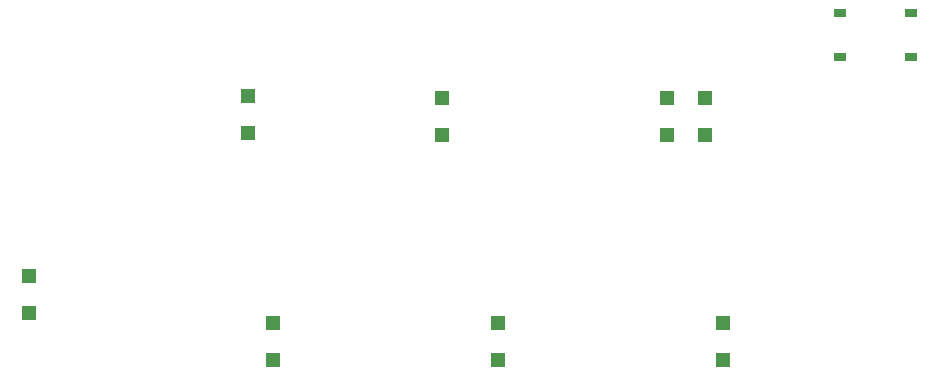
<source format=gbr>
%TF.GenerationSoftware,KiCad,Pcbnew,(5.99.0-2318-gf1aa7e523)*%
%TF.CreationDate,2020-10-19T15:18:08-05:00*%
%TF.ProjectId,micropa8,6d696372-6f70-4613-982e-6b696361645f,rev?*%
%TF.SameCoordinates,Original*%
%TF.FileFunction,Paste,Bot*%
%TF.FilePolarity,Positive*%
%FSLAX46Y46*%
G04 Gerber Fmt 4.6, Leading zero omitted, Abs format (unit mm)*
G04 Created by KiCad (PCBNEW (5.99.0-2318-gf1aa7e523)) date 2020-10-19 15:18:08*
%MOMM*%
%LPD*%
G01*
G04 APERTURE LIST*
%ADD10R,1.200000X1.200000*%
%ADD11R,0.998220X0.698500*%
G04 APERTURE END LIST*
D10*
%TO.C,D8*%
X42056250Y-52387500D03*
X42056250Y-49237500D03*
%TD*%
%TO.C,D7*%
X100806250Y-56343750D03*
X100806250Y-53193750D03*
%TD*%
%TO.C,D6*%
X81756250Y-56343750D03*
X81756250Y-53193750D03*
%TD*%
%TO.C,D5*%
X62706250Y-56343750D03*
X62706250Y-53193750D03*
%TD*%
%TO.C,D4*%
X99218750Y-37293750D03*
X99218750Y-34143750D03*
%TD*%
%TO.C,D3*%
X96043750Y-37293750D03*
X96043750Y-34143750D03*
%TD*%
%TO.C,D2*%
X76993750Y-37293750D03*
X76993750Y-34143750D03*
%TD*%
%TO.C,D1*%
X60520000Y-37160000D03*
X60520000Y-34010000D03*
%TD*%
D11*
%TO.C,SW1*%
X110681770Y-30685740D03*
X116681250Y-30685740D03*
X110681770Y-26987500D03*
X116681250Y-26987500D03*
%TD*%
M02*

</source>
